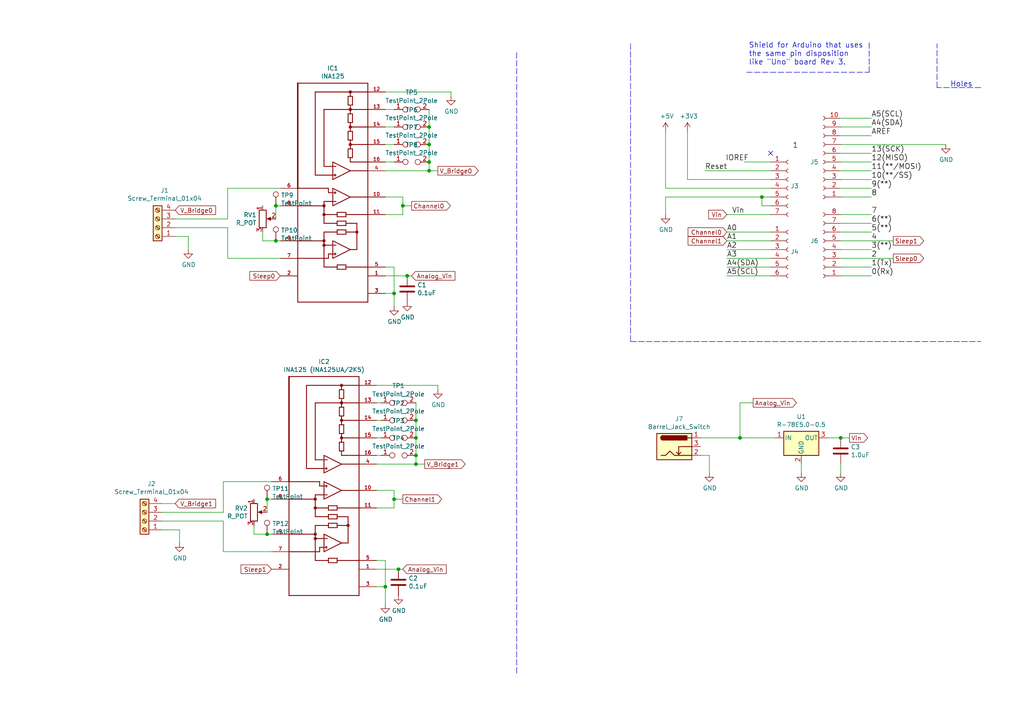
<source format=kicad_sch>
(kicad_sch (version 20211123) (generator eeschema)
  (paper "A4")
  (title_block (date "lun. 30 mars 2015"))
  (lib_symbols
    (symbol "Connector:Barrel_Jack_Switch" (pin_names hide)
      (property "Reference" "J" (at 0 5.334 0))
      (property "Value" "Barrel_Jack_Switch" (at 0 -5.08 0))
      (symbol "Barrel_Jack_Switch_0_1"
        (rectangle (start -5.08 3.81) (end 5.08 -3.81) (stroke (width 0.254)) (fill (type background)))
        (arc (start -3.302 3.175) (mid -3.937 2.54) (end -3.302 1.905) (stroke (width 0.254)))
        (arc (start -3.302 3.175) (mid -3.937 2.54) (end -3.302 1.905) (stroke (width 0.254)) (fill (type outline)))
        (polyline (pts (xy 1.27 -2.286) (xy 1.905 -1.651)) (stroke (width 0.254)))
        (polyline (pts (xy 5.08 2.54) (xy 3.81 2.54)) (stroke (width 0.254)))
        (polyline (pts (xy 5.08 0) (xy 1.27 0) (xy 1.27 -2.286) (xy 0.635 -1.651)) (stroke (width 0.254)))
        (polyline (pts (xy -3.81 -2.54) (xy -2.54 -2.54) (xy -1.27 -1.27) (xy 0 -2.54) (xy 2.54 -2.54) (xy 5.08 -2.54)) (stroke (width 0.254)))
        (rectangle (start 3.683 3.175) (end -3.302 1.905) (stroke (width 0.254)) (fill (type outline)))
      )
      (symbol "Barrel_Jack_Switch_1_1"
        (pin passive line (at 7.62 2.54 180) (length 2.54) (name "~") (number "1"))
        (pin passive line (at 7.62 -2.54 180) (length 2.54) (name "~") (number "2"))
        (pin passive line (at 7.62 0 180) (length 2.54) (name "~") (number "3"))
      )
    )
    (symbol "Connector:Conn_01x06_Female" (pin_names (offset 1.016) hide)
      (property "Reference" "J" (at 0 7.62 0))
      (property "Value" "Conn_01x06_Female" (at 0 -10.16 0))
      (symbol "Conn_01x06_Female_1_1"
        (arc (start 0 -7.112) (mid -0.508 -7.62) (end 0 -8.128) (stroke (width 0.1524)))
        (arc (start 0 -4.572) (mid -0.508 -5.08) (end 0 -5.588) (stroke (width 0.1524)))
        (arc (start 0 -2.032) (mid -0.508 -2.54) (end 0 -3.048) (stroke (width 0.1524)))
        (polyline (pts (xy -1.27 -7.62) (xy -0.508 -7.62)) (stroke (width 0.1524)))
        (polyline (pts (xy -1.27 -5.08) (xy -0.508 -5.08)) (stroke (width 0.1524)))
        (polyline (pts (xy -1.27 -2.54) (xy -0.508 -2.54)) (stroke (width 0.1524)))
        (polyline (pts (xy -1.27 0) (xy -0.508 0)) (stroke (width 0.1524)))
        (polyline (pts (xy -1.27 2.54) (xy -0.508 2.54)) (stroke (width 0.1524)))
        (polyline (pts (xy -1.27 5.08) (xy -0.508 5.08)) (stroke (width 0.1524)))
        (arc (start 0 0.508) (mid -0.508 0) (end 0 -0.508) (stroke (width 0.1524)))
        (arc (start 0 3.048) (mid -0.508 2.54) (end 0 2.032) (stroke (width 0.1524)))
        (arc (start 0 5.588) (mid -0.508 5.08) (end 0 4.572) (stroke (width 0.1524)))
        (pin passive line (at -5.08 5.08 0) (length 3.81) (name "Pin_1") (number "1"))
        (pin passive line (at -5.08 2.54 0) (length 3.81) (name "Pin_2") (number "2"))
        (pin passive line (at -5.08 0 0) (length 3.81) (name "Pin_3") (number "3"))
        (pin passive line (at -5.08 -2.54 0) (length 3.81) (name "Pin_4") (number "4"))
        (pin passive line (at -5.08 -5.08 0) (length 3.81) (name "Pin_5") (number "5"))
        (pin passive line (at -5.08 -7.62 0) (length 3.81) (name "Pin_6") (number "6"))
      )
    )
    (symbol "Connector:Conn_01x07_Female" (pin_names (offset 1.016) hide)
      (property "Reference" "J" (at 0 10.16 0))
      (property "Value" "Conn_01x07_Female" (at 0 -10.16 0))
      (symbol "Conn_01x07_Female_1_1"
        (arc (start 0 -7.112) (mid -0.508 -7.62) (end 0 -8.128) (stroke (width 0.1524)))
        (arc (start 0 -4.572) (mid -0.508 -5.08) (end 0 -5.588) (stroke (width 0.1524)))
        (arc (start 0 -2.032) (mid -0.508 -2.54) (end 0 -3.048) (stroke (width 0.1524)))
        (polyline (pts (xy -1.27 -7.62) (xy -0.508 -7.62)) (stroke (width 0.1524)))
        (polyline (pts (xy -1.27 -5.08) (xy -0.508 -5.08)) (stroke (width 0.1524)))
        (polyline (pts (xy -1.27 -2.54) (xy -0.508 -2.54)) (stroke (width 0.1524)))
        (polyline (pts (xy -1.27 0) (xy -0.508 0)) (stroke (width 0.1524)))
        (polyline (pts (xy -1.27 2.54) (xy -0.508 2.54)) (stroke (width 0.1524)))
        (polyline (pts (xy -1.27 5.08) (xy -0.508 5.08)) (stroke (width 0.1524)))
        (polyline (pts (xy -1.27 7.62) (xy -0.508 7.62)) (stroke (width 0.1524)))
        (arc (start 0 0.508) (mid -0.508 0) (end 0 -0.508) (stroke (width 0.1524)))
        (arc (start 0 3.048) (mid -0.508 2.54) (end 0 2.032) (stroke (width 0.1524)))
        (arc (start 0 5.588) (mid -0.508 5.08) (end 0 4.572) (stroke (width 0.1524)))
        (arc (start 0 8.128) (mid -0.508 7.62) (end 0 7.112) (stroke (width 0.1524)))
        (pin passive line (at -5.08 7.62 0) (length 3.81) (name "Pin_1") (number "1"))
        (pin passive line (at -5.08 5.08 0) (length 3.81) (name "Pin_2") (number "2"))
        (pin passive line (at -5.08 2.54 0) (length 3.81) (name "Pin_3") (number "3"))
        (pin passive line (at -5.08 0 0) (length 3.81) (name "Pin_4") (number "4"))
        (pin passive line (at -5.08 -2.54 0) (length 3.81) (name "Pin_5") (number "5"))
        (pin passive line (at -5.08 -5.08 0) (length 3.81) (name "Pin_6") (number "6"))
        (pin passive line (at -5.08 -7.62 0) (length 3.81) (name "Pin_7") (number "7"))
      )
    )
    (symbol "Connector:Conn_01x08_Female" (pin_names (offset 1.016) hide)
      (property "Reference" "J" (at 0 10.16 0))
      (property "Value" "Conn_01x08_Female" (at 0 -12.7 0))
      (symbol "Conn_01x08_Female_1_1"
        (arc (start 0 -9.652) (mid -0.508 -10.16) (end 0 -10.668) (stroke (width 0.1524)))
        (arc (start 0 -7.112) (mid -0.508 -7.62) (end 0 -8.128) (stroke (width 0.1524)))
        (arc (start 0 -4.572) (mid -0.508 -5.08) (end 0 -5.588) (stroke (width 0.1524)))
        (arc (start 0 -2.032) (mid -0.508 -2.54) (end 0 -3.048) (stroke (width 0.1524)))
        (polyline (pts (xy -1.27 -10.16) (xy -0.508 -10.16)) (stroke (width 0.1524)))
        (polyline (pts (xy -1.27 -7.62) (xy -0.508 -7.62)) (stroke (width 0.1524)))
        (polyline (pts (xy -1.27 -5.08) (xy -0.508 -5.08)) (stroke (width 0.1524)))
        (polyline (pts (xy -1.27 -2.54) (xy -0.508 -2.54)) (stroke (width 0.1524)))
        (polyline (pts (xy -1.27 0) (xy -0.508 0)) (stroke (width 0.1524)))
        (polyline (pts (xy -1.27 2.54) (xy -0.508 2.54)) (stroke (width 0.1524)))
        (polyline (pts (xy -1.27 5.08) (xy -0.508 5.08)) (stroke (width 0.1524)))
        (polyline (pts (xy -1.27 7.62) (xy -0.508 7.62)) (stroke (width 0.1524)))
        (arc (start 0 0.508) (mid -0.508 0) (end 0 -0.508) (stroke (width 0.1524)))
        (arc (start 0 3.048) (mid -0.508 2.54) (end 0 2.032) (stroke (width 0.1524)))
        (arc (start 0 5.588) (mid -0.508 5.08) (end 0 4.572) (stroke (width 0.1524)))
        (arc (start 0 8.128) (mid -0.508 7.62) (end 0 7.112) (stroke (width 0.1524)))
        (pin passive line (at -5.08 7.62 0) (length 3.81) (name "Pin_1") (number "1"))
        (pin passive line (at -5.08 5.08 0) (length 3.81) (name "Pin_2") (number "2"))
        (pin passive line (at -5.08 2.54 0) (length 3.81) (name "Pin_3") (number "3"))
        (pin passive line (at -5.08 0 0) (length 3.81) (name "Pin_4") (number "4"))
        (pin passive line (at -5.08 -2.54 0) (length 3.81) (name "Pin_5") (number "5"))
        (pin passive line (at -5.08 -5.08 0) (length 3.81) (name "Pin_6") (number "6"))
        (pin passive line (at -5.08 -7.62 0) (length 3.81) (name "Pin_7") (number "7"))
        (pin passive line (at -5.08 -10.16 0) (length 3.81) (name "Pin_8") (number "8"))
      )
    )
    (symbol "Connector:Conn_01x10_Female" (pin_names (offset 1.016) hide)
      (property "Reference" "J" (at 0 12.7 0))
      (property "Value" "Conn_01x10_Female" (at 0 -15.24 0))
      (symbol "Conn_01x10_Female_1_1"
        (arc (start 0 -12.192) (mid -0.508 -12.7) (end 0 -13.208) (stroke (width 0.1524)))
        (arc (start 0 -9.652) (mid -0.508 -10.16) (end 0 -10.668) (stroke (width 0.1524)))
        (arc (start 0 -7.112) (mid -0.508 -7.62) (end 0 -8.128) (stroke (width 0.1524)))
        (arc (start 0 -4.572) (mid -0.508 -5.08) (end 0 -5.588) (stroke (width 0.1524)))
        (arc (start 0 -2.032) (mid -0.508 -2.54) (end 0 -3.048) (stroke (width 0.1524)))
        (polyline (pts (xy -1.27 -12.7) (xy -0.508 -12.7)) (stroke (width 0.1524)))
        (polyline (pts (xy -1.27 -10.16) (xy -0.508 -10.16)) (stroke (width 0.1524)))
        (polyline (pts (xy -1.27 -7.62) (xy -0.508 -7.62)) (stroke (width 0.1524)))
        (polyline (pts (xy -1.27 -5.08) (xy -0.508 -5.08)) (stroke (width 0.1524)))
        (polyline (pts (xy -1.27 -2.54) (xy -0.508 -2.54)) (stroke (width 0.1524)))
        (polyline (pts (xy -1.27 0) (xy -0.508 0)) (stroke (width 0.1524)))
        (polyline (pts (xy -1.27 2.54) (xy -0.508 2.54)) (stroke (width 0.1524)))
        (polyline (pts (xy -1.27 5.08) (xy -0.508 5.08)) (stroke (width 0.1524)))
        (polyline (pts (xy -1.27 7.62) (xy -0.508 7.62)) (stroke (width 0.1524)))
        (polyline (pts (xy -1.27 10.16) (xy -0.508 10.16)) (stroke (width 0.1524)))
        (arc (start 0 0.508) (mid -0.508 0) (end 0 -0.508) (stroke (width 0.1524)))
        (arc (start 0 3.048) (mid -0.508 2.54) (end 0 2.032) (stroke (width 0.1524)))
        (arc (start 0 5.588) (mid -0.508 5.08) (end 0 4.572) (stroke (width 0.1524)))
        (arc (start 0 8.128) (mid -0.508 7.62) (end 0 7.112) (stroke (width 0.1524)))
        (arc (start 0 10.668) (mid -0.508 10.16) (end 0 9.652) (stroke (width 0.1524)))
        (pin passive line (at -5.08 10.16 0) (length 3.81) (name "Pin_1") (number "1"))
        (pin passive line (at -5.08 -12.7 0) (length 3.81) (name "Pin_10") (number "10"))
        (pin passive line (at -5.08 7.62 0) (length 3.81) (name "Pin_2") (number "2"))
        (pin passive line (at -5.08 5.08 0) (length 3.81) (name "Pin_3") (number "3"))
        (pin passive line (at -5.08 2.54 0) (length 3.81) (name "Pin_4") (number "4"))
        (pin passive line (at -5.08 0 0) (length 3.81) (name "Pin_5") (number "5"))
        (pin passive line (at -5.08 -2.54 0) (length 3.81) (name "Pin_6") (number "6"))
        (pin passive line (at -5.08 -5.08 0) (length 3.81) (name "Pin_7") (number "7"))
        (pin passive line (at -5.08 -7.62 0) (length 3.81) (name "Pin_8") (number "8"))
        (pin passive line (at -5.08 -10.16 0) (length 3.81) (name "Pin_9") (number "9"))
      )
    )
    (symbol "Connector:Screw_Terminal_01x04" (pin_names (offset 1.016) hide)
      (property "Reference" "J" (at 0 5.08 0))
      (property "Value" "Screw_Terminal_01x04" (at 0 -7.62 0))
      (symbol "Screw_Terminal_01x04_1_1"
        (rectangle (start -1.27 3.81) (end 1.27 -6.35) (stroke (width 0.254)) (fill (type background)))
        (circle (center 0 -5.08) (radius 0.635) (stroke (width 0.1524)))
        (circle (center 0 -2.54) (radius 0.635) (stroke (width 0.1524)))
        (polyline (pts (xy -0.5334 -4.7498) (xy 0.3302 -5.588)) (stroke (width 0.1524)))
        (polyline (pts (xy -0.5334 -2.2098) (xy 0.3302 -3.048)) (stroke (width 0.1524)))
        (polyline (pts (xy -0.5334 0.3302) (xy 0.3302 -0.508)) (stroke (width 0.1524)))
        (polyline (pts (xy -0.5334 2.8702) (xy 0.3302 2.032)) (stroke (width 0.1524)))
        (polyline (pts (xy -0.3556 -4.572) (xy 0.508 -5.4102)) (stroke (width 0.1524)))
        (polyline (pts (xy -0.3556 -2.032) (xy 0.508 -2.8702)) (stroke (width 0.1524)))
        (polyline (pts (xy -0.3556 0.508) (xy 0.508 -0.3302)) (stroke (width 0.1524)))
        (polyline (pts (xy -0.3556 3.048) (xy 0.508 2.2098)) (stroke (width 0.1524)))
        (circle (center 0 0) (radius 0.635) (stroke (width 0.1524)))
        (circle (center 0 2.54) (radius 0.635) (stroke (width 0.1524)))
        (pin passive line (at -5.08 2.54 0) (length 3.81) (name "Pin_1") (number "1"))
        (pin passive line (at -5.08 0 0) (length 3.81) (name "Pin_2") (number "2"))
        (pin passive line (at -5.08 -2.54 0) (length 3.81) (name "Pin_3") (number "3"))
        (pin passive line (at -5.08 -5.08 0) (length 3.81) (name "Pin_4") (number "4"))
      )
    )
    (symbol "Connector:TestPoint" (pin_numbers hide) (pin_names (offset 0.762) hide)
      (property "Reference" "TP" (at 0 6.858 0))
      (property "Value" "TestPoint" (at 0 5.08 0))
      (symbol "TestPoint_0_1"
        (circle (center 0 3.302) (radius 0.762))
      )
      (symbol "TestPoint_1_1"
        (pin passive line (at 0 0 90) (length 2.54) (name "1") (number "1"))
      )
    )
    (symbol "Connector:TestPoint_2Pole" (pin_names (offset 0.762) hide)
      (property "Reference" "TP" (at 0 1.524 0))
      (property "Value" "TestPoint_2Pole" (at 0 -1.778 0))
      (symbol "TestPoint_2Pole_0_1"
        (circle (center -1.778 0) (radius 0.762))
        (circle (center 1.778 0) (radius 0.762))
        (pin passive line (at -5.08 0 0) (length 2.54) (name "1") (number "1"))
        (pin passive line (at 5.08 0 180) (length 2.54) (name "2") (number "2"))
      )
    )
    (symbol "Device:C" (pin_numbers hide) (pin_names (offset 0.254))
      (property "Reference" "C" (at 0.635 2.54 0))
      (property "Value" "C" (at 0.635 -2.54 0))
      (symbol "C_0_1"
        (polyline (pts (xy -2.032 -0.762) (xy 2.032 -0.762)) (stroke (width 0.508)))
        (polyline (pts (xy -2.032 0.762) (xy 2.032 0.762)) (stroke (width 0.508)))
      )
      (symbol "C_1_1"
        (pin passive line (at 0 3.81 270) (length 2.794) (name "~") (number "1"))
        (pin passive line (at 0 -3.81 90) (length 2.794) (name "~") (number "2"))
      )
    )
    (symbol "LoadCellShield-rescue:INA125-INA125" (pin_names (offset 1.016) hide)
      (property "Reference" "IC" (at -12.7254 28.6512 0))
      (property "Value" "INA125-INA125" (at -12.7508 -38.227 0))
      (symbol "INA125-INA125_0_0"
        (circle (center -5.08 -19.05) (radius 0.3302) (stroke (width 0.254)))
        (circle (center -5.08 -17.78) (radius 0.3302) (stroke (width 0.254)))
        (circle (center -5.08 -10.16) (radius 0.3302) (stroke (width 0.254)))
        (circle (center -5.08 -7.62) (radius 0.3302) (stroke (width 0.254)))
        (polyline (pts (xy -12.7 -35.56) (xy 7.62 -35.56)) (stroke (width 0.254)))
        (polyline (pts (xy -12.7 -22.86) (xy -12.7 -35.56)) (stroke (width 0.254)))
        (polyline (pts (xy -12.7 -17.78) (xy -12.7 -22.86)) (stroke (width 0.254)))
        (polyline (pts (xy -12.7 -17.78) (xy -5.08 -17.78)) (stroke (width 0.254)))
        (polyline (pts (xy -12.7 -7.62) (xy -12.7 -17.78)) (stroke (width 0.254)))
        (polyline (pts (xy -12.7 -7.62) (xy -5.08 -7.62)) (stroke (width 0.254)))
        (polyline (pts (xy -12.7 -2.54) (xy -12.7 -7.62)) (stroke (width 0.254)))
        (polyline (pts (xy -12.7 -2.54) (xy -3.81 -2.54)) (stroke (width 0.254)))
        (polyline (pts (xy -12.7 27.94) (xy -12.7 -2.54)) (stroke (width 0.4064)))
        (polyline (pts (xy -7.62 1.27) (xy -7.62 25.4)) (stroke (width 0.254)))
        (polyline (pts (xy -7.62 25.4) (xy 2.54 25.4)) (stroke (width 0.254)))
        (polyline (pts (xy -5.08 -25.4) (xy -1.27 -25.4)) (stroke (width 0.254)))
        (polyline (pts (xy -5.08 -19.05) (xy -5.08 -25.4)) (stroke (width 0.254)))
        (polyline (pts (xy -5.08 -19.05) (xy -5.08 -17.78)) (stroke (width 0.254)))
        (polyline (pts (xy -5.08 -15.24) (xy -5.08 -17.78)) (stroke (width 0.254)))
        (polyline (pts (xy -5.08 -12.7) (xy -1.27 -12.7)) (stroke (width 0.254)))
        (polyline (pts (xy -5.08 -10.16) (xy -5.08 -12.7)) (stroke (width 0.254)))
        (polyline (pts (xy -5.08 -10.16) (xy -1.27 -10.16)) (stroke (width 0.254)))
        (polyline (pts (xy -5.08 -7.62) (xy -5.08 -10.16)) (stroke (width 0.254)))
        (polyline (pts (xy -5.08 -6.35) (xy -5.08 -7.62)) (stroke (width 0.254)))
        (polyline (pts (xy -5.08 20.32) (xy -5.08 3.81)) (stroke (width 0.254)))
        (polyline (pts (xy -3.81 -22.86) (xy -12.7 -22.86)) (stroke (width 0.254)))
        (polyline (pts (xy -3.81 -21.59) (xy -3.81 -22.86)) (stroke (width 0.254)))
        (polyline (pts (xy -3.81 -2.54) (xy -3.81 -3.81)) (stroke (width 0.254)))
        (polyline (pts (xy -2.54 -22.86) (xy -2.54 -21.59)) (stroke (width 0.254)))
        (polyline (pts (xy -2.54 -21.59) (xy -3.81 -21.59)) (stroke (width 0.254)))
        (polyline (pts (xy -2.54 -21.59) (xy -2.54 -19.05)) (stroke (width 0.254)))
        (polyline (pts (xy -2.54 -19.05) (xy -5.08 -19.05)) (stroke (width 0.254)))
        (polyline (pts (xy -2.54 -19.05) (xy -2.54 -17.78)) (stroke (width 0.254)))
        (polyline (pts (xy -2.54 -17.78) (xy 2.54 -20.32)) (stroke (width 0.254)))
        (polyline (pts (xy -2.54 -7.62) (xy -2.54 -6.35)) (stroke (width 0.254)))
        (polyline (pts (xy -2.54 -6.35) (xy -5.08 -6.35)) (stroke (width 0.254)))
        (polyline (pts (xy -2.54 -6.35) (xy -2.54 -3.81)) (stroke (width 0.254)))
        (polyline (pts (xy -2.54 -3.81) (xy -3.81 -3.81)) (stroke (width 0.254)))
        (polyline (pts (xy -2.54 -3.81) (xy -2.54 -2.54)) (stroke (width 0.254)))
        (polyline (pts (xy -2.54 -2.54) (xy 2.54 -5.08)) (stroke (width 0.254)))
        (polyline (pts (xy -2.54 0) (xy 2.54 2.54)) (stroke (width 0.254)))
        (polyline (pts (xy -2.54 1.27) (xy -7.62 1.27)) (stroke (width 0.254)))
        (polyline (pts (xy -2.54 1.27) (xy -2.54 0)) (stroke (width 0.254)))
        (polyline (pts (xy -2.54 3.81) (xy -5.08 3.81)) (stroke (width 0.254)))
        (polyline (pts (xy -2.54 3.81) (xy -2.54 1.27)) (stroke (width 0.254)))
        (polyline (pts (xy -2.54 5.08) (xy -2.54 3.81)) (stroke (width 0.254)))
        (polyline (pts (xy -2.2352 -21.59) (xy -1.6002 -21.59)) (stroke (width 0.254)))
        (polyline (pts (xy -2.2352 -19.05) (xy -1.6002 -19.05)) (stroke (width 0.254)))
        (polyline (pts (xy -2.2352 -6.35) (xy -1.6002 -6.35)) (stroke (width 0.254)))
        (polyline (pts (xy -2.2352 -3.81) (xy -1.6002 -3.81)) (stroke (width 0.254)))
        (polyline (pts (xy -2.2352 1.27) (xy -1.6002 1.27)) (stroke (width 0.254)))
        (polyline (pts (xy -2.2352 3.81) (xy -1.6002 3.81)) (stroke (width 0.254)))
        (polyline (pts (xy -1.905 -21.2852) (xy -1.905 -21.9202)) (stroke (width 0.254)))
        (polyline (pts (xy -1.905 -3.5052) (xy -1.905 -4.1402)) (stroke (width 0.254)))
        (polyline (pts (xy -1.905 0.9652) (xy -1.905 1.6002)) (stroke (width 0.254)))
        (polyline (pts (xy -1.27 -26.035) (xy -1.27 -25.4)) (stroke (width 0.254)))
        (polyline (pts (xy -1.27 -25.4) (xy -1.27 -24.765)) (stroke (width 0.254)))
        (polyline (pts (xy -1.27 -24.765) (xy 1.27 -24.765)) (stroke (width 0.254)))
        (polyline (pts (xy -1.27 -15.875) (xy 1.27 -15.875)) (stroke (width 0.254)))
        (polyline (pts (xy -1.27 -15.24) (xy -5.08 -15.24)) (stroke (width 0.254)))
        (polyline (pts (xy -1.27 -15.24) (xy -1.27 -15.875)) (stroke (width 0.254)))
        (polyline (pts (xy -1.27 -14.605) (xy -1.27 -15.24)) (stroke (width 0.254)))
        (polyline (pts (xy -1.27 -13.335) (xy -1.27 -12.7)) (stroke (width 0.254)))
        (polyline (pts (xy -1.27 -12.7) (xy -1.27 -12.065)) (stroke (width 0.254)))
        (polyline (pts (xy -1.27 -12.065) (xy 1.27 -12.065)) (stroke (width 0.254)))
        (polyline (pts (xy -1.27 -10.795) (xy 1.27 -10.795)) (stroke (width 0.254)))
        (polyline (pts (xy -1.27 -10.16) (xy -1.27 -10.795)) (stroke (width 0.254)))
        (polyline (pts (xy -1.27 -9.525) (xy -1.27 -10.16)) (stroke (width 0.254)))
        (polyline (pts (xy 1.27 -26.035) (xy -1.27 -26.035)) (stroke (width 0.254)))
        (polyline (pts (xy 1.27 -25.4) (xy 1.27 -26.035)) (stroke (width 0.254)))
        (polyline (pts (xy 1.27 -25.4) (xy 7.62 -25.4)) (stroke (width 0.254)))
        (polyline (pts (xy 1.27 -24.765) (xy 1.27 -25.4)) (stroke (width 0.254)))
        (polyline (pts (xy 1.27 -15.875) (xy 1.27 -15.24)) (stroke (width 0.254)))
        (polyline (pts (xy 1.27 -15.24) (xy 1.27 -14.605)) (stroke (width 0.254)))
        (polyline (pts (xy 1.27 -15.24) (xy 4.1402 -15.24)) (stroke (width 0.254)))
        (polyline (pts (xy 1.27 -14.605) (xy -1.27 -14.605)) (stroke (width 0.254)))
        (polyline (pts (xy 1.27 -13.335) (xy -1.27 -13.335)) (stroke (width 0.254)))
        (polyline (pts (xy 1.27 -12.7) (xy 1.27 -13.335)) (stroke (width 0.254)))
        (polyline (pts (xy 1.27 -12.7) (xy 4.445 -12.7)) (stroke (width 0.254)))
        (polyline (pts (xy 1.27 -12.065) (xy 1.27 -12.7)) (stroke (width 0.254)))
        (polyline (pts (xy 1.27 -10.795) (xy 1.27 -10.16)) (stroke (width 0.254)))
        (polyline (pts (xy 1.27 -10.16) (xy 1.27 -9.525)) (stroke (width 0.254)))
        (polyline (pts (xy 1.27 -10.16) (xy 7.62 -10.16)) (stroke (width 0.254)))
        (polyline (pts (xy 1.27 -9.525) (xy -1.27 -9.525)) (stroke (width 0.254)))
        (polyline (pts (xy 1.905 6.35) (xy 1.905 8.89)) (stroke (width 0.254)))
        (polyline (pts (xy 1.905 8.89) (xy 2.54 8.89)) (stroke (width 0.254)))
        (polyline (pts (xy 1.905 11.43) (xy 1.905 13.97)) (stroke (width 0.254)))
        (polyline (pts (xy 1.905 13.97) (xy 2.54 13.97)) (stroke (width 0.254)))
        (polyline (pts (xy 1.905 16.51) (xy 1.905 19.05)) (stroke (width 0.254)))
        (polyline (pts (xy 1.905 19.05) (xy 2.54 19.05)) (stroke (width 0.254)))
        (polyline (pts (xy 1.905 21.59) (xy 1.905 24.13)) (stroke (width 0.254)))
        (polyline (pts (xy 1.905 24.13) (xy 2.54 24.13)) (stroke (width 0.254)))
        (polyline (pts (xy 2.54 -20.32) (xy -2.54 -22.86)) (stroke (width 0.254)))
        (polyline (pts (xy 2.54 -20.32) (xy 4.445 -20.32)) (stroke (width 0.254)))
        (polyline (pts (xy 2.54 -5.08) (xy -2.54 -7.62)) (stroke (width 0.254)))
        (polyline (pts (xy 2.54 -5.08) (xy 7.62 -5.08)) (stroke (width 0.254)))
        (polyline (pts (xy 2.54 2.54) (xy -2.54 5.08)) (stroke (width 0.254)))
        (polyline (pts (xy 2.54 2.54) (xy 7.62 2.54)) (stroke (width 0.254)))
        (polyline (pts (xy 2.54 5.08) (xy 2.54 6.35)) (stroke (width 0.254)))
        (polyline (pts (xy 2.54 5.08) (xy 7.62 5.08)) (stroke (width 0.254)))
        (polyline (pts (xy 2.54 6.35) (xy 1.905 6.35)) (stroke (width 0.254)))
        (polyline (pts (xy 2.54 8.89) (xy 3.175 8.89)) (stroke (width 0.254)))
        (polyline (pts (xy 2.54 10.16) (xy 2.54 8.89)) (stroke (width 0.254)))
        (polyline (pts (xy 2.54 10.16) (xy 7.62 10.16)) (stroke (width 0.254)))
        (polyline (pts (xy 2.54 11.43) (xy 1.905 11.43)) (stroke (width 0.254)))
        (polyline (pts (xy 2.54 11.43) (xy 2.54 10.16)) (stroke (width 0.254)))
        (polyline (pts (xy 2.54 13.97) (xy 3.175 13.97)) (stroke (width 0.254)))
        (polyline (pts (xy 2.54 15.24) (xy 2.54 13.97)) (stroke (width 0.254)))
        (polyline (pts (xy 2.54 15.24) (xy 7.62 15.24)) (stroke (width 0.254)))
        (polyline (pts (xy 2.54 16.51) (xy 1.905 16.51)) (stroke (width 0.254)))
        (polyline (pts (xy 2.54 16.51) (xy 2.54 15.24)) (stroke (width 0.254)))
        (polyline (pts (xy 2.54 19.05) (xy 3.175 19.05)) (stroke (width 0.254)))
        (polyline (pts (xy 2.54 20.32) (xy -5.08 20.32)) (stroke (width 0.254)))
        (polyline (pts (xy 2.54 20.32) (xy 2.54 19.05)) (stroke (width 0.254)))
        (polyline (pts (xy 2.54 20.32) (xy 7.62 20.32)) (stroke (width 0.254)))
        (polyline (pts (xy 2.54 21.2852) (xy 2.54 20.32)) (stroke (width 0.254)))
        (polyline (pts (xy 2.54 24.13) (xy 3.175 24.13)) (stroke (width 0.254)))
        (polyline (pts (xy 2.54 25.4) (xy 2.54 24.13)) (stroke (width 0.254)))
        (polyline (pts (xy 2.54 25.4) (xy 7.62 25.4)) (stroke (width 0.254)))
        (polyline (pts (xy 3.175 6.35) (xy 2.54 6.35)) (stroke (width 0.254)))
        (polyline (pts (xy 3.175 8.89) (xy 3.175 6.35)) (stroke (width 0.254)))
        (polyline (pts (xy 3.175 11.43) (xy 2.54 11.43)) (stroke (width 0.254)))
        (polyline (pts (xy 3.175 13.97) (xy 3.175 11.43)) (stroke (width 0.254)))
        (polyline (pts (xy 3.175 16.51) (xy 2.54 16.51)) (stroke (width 0.254)))
        (polyline (pts (xy 3.175 19.05) (xy 3.175 16.51)) (stroke (width 0.254)))
        (polyline (pts (xy 3.175 21.59) (xy 1.905 21.59)) (stroke (width 0.254)))
        (polyline (pts (xy 3.175 24.13) (xy 3.175 21.59)) (stroke (width 0.254)))
        (polyline (pts (xy 4.445 -12.7) (xy 4.445 -20.32)) (stroke (width 0.254)))
        (polyline (pts (xy 7.62 -35.56) (xy 7.62 -25.4)) (stroke (width 0.254)))
        (polyline (pts (xy 7.62 -25.4) (xy 7.62 -10.16)) (stroke (width 0.254)))
        (polyline (pts (xy 7.62 -10.16) (xy 7.62 27.94)) (stroke (width 0.254)))
        (polyline (pts (xy 7.62 27.94) (xy -12.7 27.94)) (stroke (width 0.254)))
        (circle (center 2.54 10.16) (radius 0.3302) (stroke (width 0.254)))
        (circle (center 2.54 15.24) (radius 0.3302) (stroke (width 0.254)))
        (circle (center 2.54 20.32) (radius 0.3302) (stroke (width 0.254)))
        (circle (center 2.54 25.4) (radius 0.3302) (stroke (width 0.254)))
        (circle (center 4.445 -15.24) (radius 0.3302) (stroke (width 0.254)))
        (pin power_in line (at 12.7 -27.94 180) (length 5.08) (name "V+") (number "1"))
        (pin output line (at 12.7 -5.08 180) (length 5.08) (name "OUT") (number "10"))
        (pin passive line (at 12.7 -10.16 180) (length 5.08) (name "SENSE") (number "11"))
        (pin passive line (at 12.7 25.4 180) (length 5.08) (name "REFCOM") (number "12"))
        (pin output line (at 12.7 20.32 180) (length 5.08) (name "REFBG") (number "13"))
        (pin output line (at 12.7 15.24 180) (length 5.08) (name "REF2.5") (number "14"))
        (pin output line (at 12.7 10.16 180) (length 5.08) (name "REF5") (number "15"))
        (pin output line (at 12.7 5.08 180) (length 5.08) (name "REF10") (number "16"))
        (pin input line (at -17.78 -27.94 0) (length 5.08) (name "~{SLEEP}") (number "2"))
        (pin power_in line (at 12.7 -33.02 180) (length 5.08) (name "V-") (number "3"))
        (pin output line (at 12.7 2.54 180) (length 5.08) (name "REFOUT") (number "4"))
        (pin passive line (at 12.7 -25.4 180) (length 5.08) (name "REF") (number "5"))
        (pin input line (at -17.78 -2.54 0) (length 5.08) (name "+IN") (number "6"))
        (pin input line (at -17.78 -22.86 0) (length 5.08) (name "-IN") (number "7"))
        (pin passive line (at -17.78 -7.62 0) (length 5.08) (name "RG") (number "8"))
        (pin passive line (at -17.78 -17.78 0) (length 5.08) (name "RG@1") (number "9"))
      )
    )
    (symbol "LoadCellShield-rescue:R_POT-Device" (pin_names (offset 1.016) hide)
      (property "Reference" "RV" (at -4.445 0 90))
      (property "Value" "R_POT-Device" (at -2.54 0 90))
      (symbol "R_POT-Device_0_1"
        (polyline (pts (xy 2.54 0) (xy 1.524 0)))
        (polyline (pts (xy 1.143 0) (xy 2.286 0.508) (xy 2.286 -0.508)) (fill (type outline)))
        (rectangle (start 1.016 2.54) (end -1.016 -2.54) (stroke (width 0.254)))
      )
      (symbol "R_POT-Device_1_1"
        (pin passive line (at 0 3.81 270) (length 1.27) (name "1") (number "1"))
        (pin passive line (at 3.81 0 180) (length 1.27) (name "2") (number "2"))
        (pin passive line (at 0 -3.81 90) (length 1.27) (name "3") (number "3"))
      )
    )
    (symbol "Regulator_Switching:R-78E5.0-0.5" (pin_names (offset 0.254))
      (property "Reference" "U" (at -3.81 3.175 0))
      (property "Value" "R-78E5.0-0.5" (at 0 3.175 0))
      (symbol "R-78E5.0-0.5_0_1"
        (rectangle (start -5.08 1.905) (end 5.08 -5.08) (stroke (width 0.254)) (fill (type background)))
      )
      (symbol "R-78E5.0-0.5_1_1"
        (pin power_in line (at -7.62 0 0) (length 2.54) (name "IN") (number "1"))
        (pin power_in line (at 0 -7.62 90) (length 2.54) (name "GND") (number "2"))
        (pin power_out line (at 7.62 0 180) (length 2.54) (name "OUT") (number "3"))
      )
    )
    (symbol "power:+3V3" (power) (pin_names (offset 0))
      (property "Value" "+3V3" (at 0 3.556 0))
      (symbol "+3V3_0_1"
        (polyline (pts (xy -0.762 1.27) (xy 0 2.54)))
        (polyline (pts (xy 0 0) (xy 0 2.54)))
        (polyline (pts (xy 0 2.54) (xy 0.762 1.27)))
      )
      (symbol "+3V3_1_1"
        (pin power_in line (at 0 0 90) (length 0) hide (name "+3V3") (number "1"))
      )
    )
    (symbol "power:+5V" (power) (pin_names (offset 0))
      (property "Value" "+5V" (at 0 3.556 0))
      (symbol "+5V_0_1"
        (polyline (pts (xy -0.762 1.27) (xy 0 2.54)))
        (polyline (pts (xy 0 0) (xy 0 2.54)))
        (polyline (pts (xy 0 2.54) (xy 0.762 1.27)))
      )
      (symbol "+5V_1_1"
        (pin power_in line (at 0 0 90) (length 0) hide (name "+5V") (number "1"))
      )
    )
    (symbol "power:GND" (power) (pin_names (offset 0))
      (property "Value" "GND" (at 0 -3.81 0))
      (symbol "GND_0_1"
        (polyline (pts (xy 0 0) (xy 0 -1.27) (xy 1.27 -1.27) (xy 0 -2.54) (xy -1.27 -1.27) (xy 0 -1.27)))
      )
      (symbol "GND_1_1"
        (pin power_in line (at 0 0 270) (length 0) hide (name "GND") (number "1"))
      )
    )
  )
  (junction (at 120.65 127))
  (junction (at 120.65 121.92))
  (junction (at 124.46 46.99))
  (junction (at 120.65 132.08))
  (junction (at 116.84 59.69))
  (junction (at 114.3 144.78))
  (junction (at 114.3 85.09))
  (junction (at 220.98 57.15))
  (junction (at 120.65 134.62))
  (junction (at 214.63 127))
  (junction (at 80.01 59.69))
  (junction (at 124.46 36.83))
  (junction (at 124.46 41.91))
  (junction (at 77.47 144.78))
  (junction (at 77.47 154.94))
  (junction (at 124.46 49.53))
  (junction (at 118.11 80.01))
  (junction (at 80.01 69.85))
  (junction (at 115.57 165.1))
  (junction (at 111.76 170.18))
  (junction (at 243.84 127))
  (no_connect (at 223.52 44.45))
  (wire (pts (xy 214.63 127) (xy 224.79 127)))
  (wire (pts (xy 243.84 36.83) (xy 252.73 36.83)))
  (wire (pts (xy 120.65 132.08) (xy 120.65 127)))
  (wire (pts (xy 214.63 116.84) (xy 214.63 127)))
  (wire (pts (xy 120.65 127) (xy 120.65 121.92)))
  (wire (pts (xy 243.84 46.99) (xy 252.73 46.99)))
  (wire (pts (xy 243.84 80.01) (xy 252.73 80.01)))
  (wire (pts (xy 114.3 142.24) (xy 109.22 142.24)))
  (wire (pts (xy 243.84 64.77) (xy 252.73 64.77)))
  (wire (pts (xy 243.84 44.45) (xy 252.73 44.45)))
  (wire (pts (xy 243.84 34.29) (xy 252.73 34.29)))
  (polyline (pts (xy 252.095 20.955) (xy 252.095 12.065)))
  (wire (pts (xy 243.84 54.61) (xy 252.73 54.61)))
  (polyline (pts (xy 182.88 12.7) (xy 182.88 99.06)))
  (wire (pts (xy 114.3 147.32) (xy 114.3 144.78)))
  (wire (pts (xy 114.3 88.9) (xy 114.3 85.09)))
  (wire (pts (xy 223.52 69.85) (xy 210.82 69.85)))
  (wire (pts (xy 66.04 54.61) (xy 66.04 63.5)))
  (wire (pts (xy 199.39 52.07) (xy 223.52 52.07)))
  (wire (pts (xy 130.81 27.94) (xy 130.81 26.67)))
  (wire (pts (xy 127 113.03) (xy 127 111.76)))
  (polyline (pts (xy 182.88 99.06) (xy 284.48 99.06)))
  (wire (pts (xy 215.9 46.99) (xy 223.52 46.99)))
  (wire (pts (xy 243.84 57.15) (xy 252.73 57.15)))
  (wire (pts (xy 243.84 49.53) (xy 252.73 49.53)))
  (wire (pts (xy 80.01 59.69) (xy 81.28 59.69)))
  (wire (pts (xy 80.01 63.5) (xy 80.01 59.69)))
  (wire (pts (xy 78.74 139.7) (xy 64.77 139.7)))
  (wire (pts (xy 243.84 72.39) (xy 252.73 72.39)))
  (wire (pts (xy 205.74 132.08) (xy 203.2 132.08)))
  (wire (pts (xy 111.76 170.18) (xy 111.76 175.26)))
  (wire (pts (xy 120.65 121.92) (xy 120.65 116.84)))
  (wire (pts (xy 193.04 57.15) (xy 193.04 62.23)))
  (polyline (pts (xy 284.48 25.4) (xy 271.78 25.4)))
  (wire (pts (xy 243.84 62.23) (xy 252.73 62.23)))
  (wire (pts (xy 223.52 49.53) (xy 204.47 49.53)))
  (wire (pts (xy 77.47 144.78) (xy 78.74 144.78)))
  (wire (pts (xy 124.46 36.83) (xy 124.46 31.75)))
  (polyline (pts (xy 216.535 20.955) (xy 252.095 20.955)))
  (wire (pts (xy 109.22 147.32) (xy 114.3 147.32)))
  (wire (pts (xy 110.49 121.92) (xy 109.22 121.92)))
  (wire (pts (xy 243.84 39.37) (xy 252.73 39.37)))
  (wire (pts (xy 76.2 69.85) (xy 76.2 67.31)))
  (wire (pts (xy 116.84 57.15) (xy 111.76 57.15)))
  (wire (pts (xy 64.77 160.02) (xy 64.77 151.13)))
  (wire (pts (xy 220.98 57.15) (xy 193.04 57.15)))
  (wire (pts (xy 118.11 80.01) (xy 111.76 80.01)))
  (wire (pts (xy 124.46 46.99) (xy 124.46 41.91)))
  (wire (pts (xy 111.76 46.99) (xy 114.3 46.99)))
  (wire (pts (xy 120.65 134.62) (xy 120.65 132.08)))
  (wire (pts (xy 223.52 80.01) (xy 210.82 80.01)))
  (polyline (pts (xy 271.78 25.4) (xy 271.78 12.7)))
  (wire (pts (xy 111.76 49.53) (xy 124.46 49.53)))
  (wire (pts (xy 210.82 62.23) (xy 223.52 62.23)))
  (wire (pts (xy 110.49 127) (xy 109.22 127)))
  (wire (pts (xy 223.52 59.69) (xy 220.98 59.69)))
  (wire (pts (xy 123.19 134.62) (xy 120.65 134.62)))
  (wire (pts (xy 243.84 41.91) (xy 274.32 41.91)))
  (wire (pts (xy 50.8 146.05) (xy 46.99 146.05)))
  (wire (pts (xy 77.47 148.59) (xy 77.47 144.78)))
  (polyline (pts (xy 149.86 15.24) (xy 149.86 195.58)))
  (wire (pts (xy 199.39 52.07) (xy 199.39 38.1)))
  (wire (pts (xy 119.38 59.69) (xy 116.84 59.69)))
  (wire (pts (xy 223.52 74.93) (xy 210.82 74.93)))
  (wire (pts (xy 243.84 127) (xy 240.03 127)))
  (wire (pts (xy 193.04 54.61) (xy 223.52 54.61)))
  (wire (pts (xy 111.76 162.56) (xy 111.76 170.18)))
  (wire (pts (xy 66.04 74.93) (xy 81.28 74.93)))
  (wire (pts (xy 111.76 85.09) (xy 114.3 85.09)))
  (wire (pts (xy 193.04 54.61) (xy 193.04 38.1)))
  (wire (pts (xy 232.41 137.16) (xy 232.41 134.62)))
  (wire (pts (xy 223.52 77.47) (xy 210.82 77.47)))
  (wire (pts (xy 243.84 77.47) (xy 252.73 77.47)))
  (wire (pts (xy 66.04 54.61) (xy 81.28 54.61)))
  (wire (pts (xy 111.76 62.23) (xy 116.84 62.23)))
  (wire (pts (xy 218.44 116.84) (xy 214.63 116.84)))
  (wire (pts (xy 114.3 144.78) (xy 114.3 142.24)))
  (wire (pts (xy 243.84 74.93) (xy 259.08 74.93)))
  (wire (pts (xy 124.46 49.53) (xy 124.46 46.99)))
  (wire (pts (xy 50.8 66.04) (xy 66.04 66.04)))
  (wire (pts (xy 50.8 63.5) (xy 66.04 63.5)))
  (wire (pts (xy 116.84 62.23) (xy 116.84 59.69)))
  (wire (pts (xy 243.84 137.16) (xy 243.84 134.62)))
  (wire (pts (xy 64.77 151.13) (xy 46.99 151.13)))
  (wire (pts (xy 124.46 49.53) (xy 127 49.53)))
  (wire (pts (xy 110.49 116.84) (xy 109.22 116.84)))
  (wire (pts (xy 243.84 67.31) (xy 252.73 67.31)))
  (wire (pts (xy 109.22 162.56) (xy 111.76 162.56)))
  (wire (pts (xy 54.61 72.39) (xy 54.61 68.58)))
  (wire (pts (xy 66.04 66.04) (xy 66.04 74.93)))
  (wire (pts (xy 80.01 69.85) (xy 76.2 69.85)))
  (wire (pts (xy 110.49 132.08) (xy 109.22 132.08)))
  (wire (pts (xy 111.76 170.18) (xy 109.22 170.18)))
  (wire (pts (xy 115.57 165.1) (xy 109.22 165.1)))
  (wire (pts (xy 243.84 52.07) (xy 252.73 52.07)))
  (wire (pts (xy 109.22 134.62) (xy 120.65 134.62)))
  (wire (pts (xy 203.2 127) (xy 214.63 127)))
  (wire (pts (xy 109.22 111.76) (xy 127 111.76)))
  (wire (pts (xy 111.76 31.75) (xy 114.3 31.75)))
  (wire (pts (xy 111.76 36.83) (xy 114.3 36.83)))
  (wire (pts (xy 223.52 67.31) (xy 210.82 67.31)))
  (wire (pts (xy 116.84 59.69) (xy 116.84 57.15)))
  (wire (pts (xy 54.61 68.58) (xy 50.8 68.58)))
  (wire (pts (xy 246.38 127) (xy 243.84 127)))
  (wire (pts (xy 116.84 165.1) (xy 115.57 165.1)))
  (wire (pts (xy 81.28 69.85) (xy 80.01 69.85)))
  (wire (pts (xy 78.74 160.02) (xy 64.77 160.02)))
  (wire (pts (xy 124.46 41.91) (xy 124.46 36.83)))
  (wire (pts (xy 111.76 26.67) (xy 130.81 26.67)))
  (wire (pts (xy 111.76 41.91) (xy 114.3 41.91)))
  (wire (pts (xy 114.3 77.47) (xy 111.76 77.47)))
  (wire (pts (xy 64.77 148.59) (xy 46.99 148.59)))
  (wire (pts (xy 52.07 153.67) (xy 46.99 153.67)))
  (wire (pts (xy 64.77 139.7) (xy 64.77 148.59)))
  (wire (pts (xy 223.52 57.15) (xy 220.98 57.15)))
  (wire (pts (xy 220.98 57.15) (xy 220.98 59.69)))
  (wire (pts (xy 119.38 80.01) (xy 118.11 80.01)))
  (wire (pts (xy 205.74 137.16) (xy 205.74 132.08)))
  (wire (pts (xy 116.84 144.78) (xy 114.3 144.78)))
  (wire (pts (xy 243.84 69.85) (xy 259.08 69.85)))
  (wire (pts (xy 114.3 85.09) (xy 114.3 77.47)))
  (wire (pts (xy 77.47 154.94) (xy 73.66 154.94)))
  (wire (pts (xy 78.74 154.94) (xy 77.47 154.94)))
  (wire (pts (xy 73.66 154.94) (xy 73.66 152.4)))
  (wire (pts (xy 223.52 72.39) (xy 210.82 72.39)))
  (wire (pts (xy 52.07 157.48) (xy 52.07 153.67)))
  (text "Holes" (at 275.59 25.4 0) (effects (font (size 1.524 1.524)) (justify left bottom)))
  (text "1" (at 229.87 43.18 0) (effects (font (size 1.524 1.524)) (justify left bottom)))
  (text "Shield for Arduino that uses\nthe same pin disposition\nlike \"Uno\" board Rev 3." (at 217.17 19.05 0) (effects (font (size 1.524 1.524)) (justify left bottom)))
  (label "8" (at 252.73 57.15 0) (effects (font (size 1.524 1.524))))
  (label "Reset" (at 204.47 49.53 0) (effects (font (size 1.524 1.524))))
  (label "6(**)" (at 252.73 64.77 0) (effects (font (size 1.524 1.524))))
  (label "1(Tx)" (at 252.73 77.47 0) (effects (font (size 1.524 1.524))))
  (label "A5(SCL)" (at 252.73 34.29 0) (effects (font (size 1.524 1.524))))
  (label "A4(SDA)" (at 210.82 77.47 0) (effects (font (size 1.524 1.524))))
  (label "0(Rx)" (at 252.73 80.01 0) (effects (font (size 1.524 1.524))))
  (label "9(**)" (at 252.73 54.61 0) (effects (font (size 1.524 1.524))))
  (label "3(**)" (at 252.73 72.39 0) (effects (font (size 1.524 1.524))))
  (label "A2" (at 210.82 72.39 0) (effects (font (size 1.524 1.524))))
  (label "A3" (at 210.82 74.93 0) (effects (font (size 1.524 1.524))))
  (label "IOREF" (at 217.17 46.99 180) (effects (font (size 1.524 1.524))))
  (label "7" (at 252.73 62.23 0) (effects (font (size 1.524 1.524))))
  (label "AREF" (at 252.73 39.37 0) (effects (font (size 1.524 1.524))))
  (label "A4(SDA)" (at 252.73 36.83 0) (effects (font (size 1.524 1.524))))
  (label "10(**/SS)" (at 252.73 52.07 0) (effects (font (size 1.524 1.524))))
  (label "Vin" (at 215.9 62.23 180) (effects (font (size 1.524 1.524))))
  (label "4" (at 252.73 69.85 0) (effects (font (size 1.524 1.524))))
  (label "2" (at 252.73 74.93 0) (effects (font (size 1.524 1.524))))
  (label "5(**)" (at 252.73 67.31 0) (effects (font (size 1.524 1.524))))
  (label "A1" (at 210.82 69.85 0) (effects (font (size 1.524 1.524))))
  (label "12(MISO)" (at 252.73 46.99 0) (effects (font (size 1.524 1.524))))
  (label "11(**/MOSI)" (at 252.73 49.53 0) (effects (font (size 1.524 1.524))))
  (label "A0" (at 210.82 67.31 0) (effects (font (size 1.524 1.524))))
  (label "A5(SCL)" (at 210.82 80.01 0) (effects (font (size 1.524 1.524))))
  (label "13(SCK)" (at 252.73 44.45 0) (effects (font (size 1.524 1.524))))
  (global_label "V_Bridge0" (shape output) (at 127 49.53 0) (property "Intersheet References" "${INTERSHEET_REFS}" (effects hide)))
  (global_label "Channel0" (shape input) (at 210.82 67.31 180) (property "Intersheet References" "${INTERSHEET_REFS}" (effects hide)))
  (global_label "Analog_Vin" (shape input) (at 116.84 165.1 0) (property "Intersheet References" "${INTERSHEET_REFS}" (effects hide)))
  (global_label "Vin" (shape output) (at 246.38 127 0) (property "Intersheet References" "${INTERSHEET_REFS}" (effects hide)))
  (global_label "V_Bridge1" (shape input) (at 50.8 146.05 0) (property "Intersheet References" "${INTERSHEET_REFS}" (effects hide)))
  (global_label "Analog_Vin" (shape output) (at 218.44 116.84 0) (property "Intersheet References" "${INTERSHEET_REFS}" (effects hide)))
  (global_label "V_Bridge1" (shape output) (at 123.19 134.62 0) (property "Intersheet References" "${INTERSHEET_REFS}" (effects hide)))
  (global_label "Sleep0" (shape output) (at 259.08 74.93 0) (property "Intersheet References" "${INTERSHEET_REFS}" (effects hide)))
  (global_label "V_Bridge0" (shape input) (at 50.8 60.96 0) (property "Intersheet References" "${INTERSHEET_REFS}" (effects hide)))
  (global_label "Vin" (shape input) (at 210.82 62.23 180) (property "Intersheet References" "${INTERSHEET_REFS}" (effects hide)))
  (global_label "Channel1" (shape output) (at 116.84 144.78 0) (property "Intersheet References" "${INTERSHEET_REFS}" (effects hide)))
  (global_label "Sleep1" (shape input) (at 78.74 165.1 180) (property "Intersheet References" "${INTERSHEET_REFS}" (effects hide)))
  (global_label "Analog_Vin" (shape input) (at 119.38 80.01 0) (property "Intersheet References" "${INTERSHEET_REFS}" (effects hide)))
  (global_label "Sleep0" (shape input) (at 81.28 80.01 180) (property "Intersheet References" "${INTERSHEET_REFS}" (effects hide)))
  (global_label "Channel0" (shape output) (at 119.38 59.69 0) (property "Intersheet References" "${INTERSHEET_REFS}" (effects hide)))
  (global_label "Sleep1" (shape output) (at 259.08 69.85 0) (property "Intersheet References" "${INTERSHEET_REFS}" (effects hide)))
  (global_label "Channel1" (shape input) (at 210.82 69.85 180) (property "Intersheet References" "${INTERSHEET_REFS}" (effects hide)))
  (symbol (lib_id "LoadCellShield-rescue:INA125-INA125") (at 99.06 52.07 0) (unit 1)
    (property "Reference" "IC1" (at 96.52 19.812 0))
    (property "Value" "INA125" (at 96.52 22.1234 0))
    (property "Footprint" "Housings_SOIC:SOIC-16_3.9x9.9mm_Pitch1.27mm" (effects hide))
    (property "Datasheet" "https://www.ti.com/general/docs/suppproductinfo.tsp?distId=10&gotoUrl=https%3A%2F%2Fwww.ti.com%2Flit%2Fgpn%2Fina125" (effects hide))
    (property "Field4" "SO-16 Texas Instruments" (effects hide))
    (property "Field5" "INA125" (effects hide))
    (property "Digi-Key_PN" "296-50343-1-ND" (effects hide))
    (property "DK_Datasheet_Link" "https://www.digikey.com/en/products/detail/texas-instruments/INA125UA-2K5/300987" (effects hide))
    (property "MFG" "Texas Instruments" (effects hide))
    (property "Description" "Instrumentation Amplifier 1 Circuit - 16-SOIC" (effects hide))
  )
  (symbol (lib_id "LoadCellShield-rescue:INA125-INA125") (at 96.52 137.16 0) (unit 1)
    (property "Reference" "IC2" (at 93.98 104.902 0))
    (property "Value" "INA125 (INA125UA/2K5)" (at 93.98 107.2134 0))
    (property "Footprint" "Housings_SOIC:SOIC-16_3.9x9.9mm_Pitch1.27mm" (effects hide))
    (property "Datasheet" "The INA125 is a low power, high accuracy instrumentation amplifier with a precision voltage reference. It provides co..." (effects hide))
    (property "Field4" "SO-16 Texas Instruments" (effects hide))
    (property "Field5" "INA125" (effects hide))
    (property "Field6" "Unavailable" (effects hide))
    (property "Field7" "None" (effects hide))
    (property "Field8" "Texas Instruments" (effects hide))
  )
  (symbol (lib_id "Connector:Screw_Terminal_01x04") (at 41.91 151.13 180) (unit 1)
    (property "Reference" "J2" (at 43.942 140.335 0))
    (property "Value" "Screw_Terminal_01x04" (at 43.942 142.6464 0))
    (property "Footprint" "TerminalBlocks_Phoenix:TerminalBlock_Phoenix_MPT-2.54mm_4pol" (effects hide))
  )
  (symbol (lib_id "Connector:Screw_Terminal_01x04") (at 45.72 66.04 180) (unit 1)
    (property "Reference" "J1" (at 47.752 55.245 0))
    (property "Value" "Screw_Terminal_01x04" (at 47.752 57.5564 0))
    (property "Footprint" "TerminalBlocks_Phoenix:TerminalBlock_Phoenix_MPT-2.54mm_4pol" (effects hide))
  )
  (symbol (lib_id "power:GND") (at 114.3 88.9 0) (unit 1)
    (property "Reference" "#PWR0101" (effects hide))
    (property "Value" "GND" (at 114.427 93.2942 0))
  )
  (symbol (lib_id "power:GND") (at 111.76 175.26 0) (unit 1)
    (property "Reference" "#PWR0102" (effects hide))
    (property "Value" "GND" (at 111.887 179.6542 0))
  )
  (symbol (lib_id "power:GND") (at 193.04 62.23 0) (unit 1)
    (property "Reference" "#PWR0103" (effects hide))
    (property "Value" "GND" (at 193.167 66.6242 0))
  )
  (symbol (lib_id "power:GND") (at 274.32 41.91 0) (unit 1)
    (property "Reference" "#PWR0104" (effects hide))
    (property "Value" "GND" (at 274.447 46.3042 0))
  )
  (symbol (lib_id "Connector:Conn_01x06_Female") (at 228.6 72.39 0) (unit 1)
    (property "Reference" "J4" (at 229.2858 72.9996 0) (effects (justify left)))
    (property "Value" "Conn_01x06_Female" (effects hide))
    (property "Footprint" "Socket_Strips:Socket_Strip_Straight_1x06_Pitch2.54mm" (effects hide))
  )
  (symbol (lib_id "Connector:Conn_01x07_Female") (at 228.6 54.61 0) (unit 1)
    (property "Reference" "J3" (at 229.2858 53.9496 0) (effects (justify left)))
    (property "Value" "Conn_01x07_Female" (effects hide))
    (property "Footprint" "Socket_Strips:Socket_Strip_Straight_1x07_Pitch2.54mm" (effects hide))
  )
  (symbol (lib_id "Connector:Conn_01x10_Female") (at 238.76 46.99 180) (unit 1)
    (property "Reference" "J5" (at 236.22 46.99 0))
    (property "Value" "Conn_01x10_Female" (effects hide))
    (property "Footprint" "Socket_Strips:Socket_Strip_Straight_1x10_Pitch2.54mm" (effects hide))
  )
  (symbol (lib_id "Connector:Conn_01x08_Female") (at 238.76 72.39 180) (unit 1)
    (property "Reference" "J6" (at 236.22 69.85 0))
    (property "Value" "Conn_01x08_Female" (effects hide))
    (property "Footprint" "Socket_Strips:Socket_Strip_Straight_1x08_Pitch2.54mm" (effects hide))
  )
  (symbol (lib_id "power:+5V") (at 193.04 38.1 0) (unit 1)
    (property "Reference" "#PWR0105" (effects hide))
    (property "Value" "+5V" (at 193.421 33.7058 0))
  )
  (symbol (lib_id "power:+3V3") (at 199.39 38.1 0) (unit 1)
    (property "Reference" "#PWR0106" (effects hide))
    (property "Value" "+3V3" (at 199.771 33.7058 0))
  )
  (symbol (lib_id "power:GND") (at 54.61 72.39 0) (unit 1)
    (property "Reference" "#PWR0107" (effects hide))
    (property "Value" "GND" (at 54.737 76.7842 0))
  )
  (symbol (lib_id "power:GND") (at 52.07 157.48 0) (unit 1)
    (property "Reference" "#PWR0108" (effects hide))
    (property "Value" "GND" (at 52.197 161.8742 0))
  )
  (symbol (lib_id "power:GND") (at 127 113.03 0) (unit 1)
    (property "Reference" "#PWR0109" (effects hide))
    (property "Value" "GND" (at 127.127 117.4242 0))
  )
  (symbol (lib_id "power:GND") (at 130.81 27.94 0) (unit 1)
    (property "Reference" "#PWR0110" (effects hide))
    (property "Value" "GND" (at 130.937 32.3342 0))
  )
  (symbol (lib_id "Connector:TestPoint_2Pole") (at 115.57 116.84 0) (unit 1)
    (property "Reference" "TP1" (at 115.57 111.887 0))
    (property "Value" "TestPoint_2Pole" (at 115.57 114.3 0))
    (property "Footprint" "Pin_Headers:Pin_Header_Straight_1x02_Pitch2.54mm" (effects hide))
  )
  (symbol (lib_id "Connector:TestPoint_2Pole") (at 115.57 121.92 0) (unit 1)
    (property "Reference" "TP2" (at 115.57 116.967 0))
    (property "Value" "TestPoint_2Pole" (at 115.57 119.2784 0))
    (property "Footprint" "Pin_Headers:Pin_Header_Straight_1x02_Pitch2.54mm" (effects hide))
  )
  (symbol (lib_id "Connector:TestPoint_2Pole") (at 115.57 127 0) (unit 1)
    (property "Reference" "TP3" (at 115.57 122.047 0))
    (property "Value" "TestPoint_2Pole" (at 115.57 124.3584 0))
    (property "Footprint" "Pin_Headers:Pin_Header_Straight_1x02_Pitch2.54mm" (effects hide))
  )
  (symbol (lib_id "Connector:TestPoint_2Pole") (at 115.57 132.08 0) (unit 1)
    (property "Reference" "TP4" (at 115.57 127.127 0))
    (property "Value" "TestPoint_2Pole" (at 115.57 129.4384 0))
    (property "Footprint" "Pin_Headers:Pin_Header_Straight_1x02_Pitch2.54mm" (effects hide))
  )
  (symbol (lib_id "Connector:TestPoint_2Pole") (at 119.38 31.75 0) (unit 1)
    (property "Reference" "TP5" (at 119.38 26.797 0))
    (property "Value" "TestPoint_2Pole" (at 119.38 29.21 0))
    (property "Footprint" "Pin_Headers:Pin_Header_Straight_1x02_Pitch2.54mm" (effects hide))
  )
  (symbol (lib_id "Connector:TestPoint_2Pole") (at 119.38 36.83 0) (unit 1)
    (property "Reference" "TP6" (at 119.38 31.877 0))
    (property "Value" "TestPoint_2Pole" (at 119.38 34.1884 0))
    (property "Footprint" "Pin_Headers:Pin_Header_Straight_1x02_Pitch2.54mm" (effects hide))
  )
  (symbol (lib_id "Connector:TestPoint_2Pole") (at 119.38 41.91 0) (unit 1)
    (property "Reference" "TP7" (at 119.38 36.957 0))
    (property "Value" "TestPoint_2Pole" (at 119.38 39.2684 0))
    (property "Footprint" "Pin_Headers:Pin_Header_Straight_1x02_Pitch2.54mm" (effects hide))
  )
  (symbol (lib_id "Connector:TestPoint_2Pole") (at 119.38 46.99 0) (unit 1)
    (property "Reference" "TP8" (at 119.38 42.037 0))
    (property "Value" "TestPoint_2Pole" (at 119.38 44.3484 0))
    (property "Footprint" "Pin_Headers:Pin_Header_Straight_1x02_Pitch2.54mm" (effects hide))
  )
  (symbol (lib_id "LoadCellShield-rescue:R_POT-Device") (at 73.66 148.59 0) (unit 1)
    (property "Reference" "RV2" (at 71.882 147.4216 0) (effects (justify right)))
    (property "Value" "R_POT" (at 71.882 149.733 0) (effects (justify right)))
    (property "Footprint" "Potentiometers:Potentiometer_Trimmer_Bourns_3296Y" (effects hide))
  )
  (symbol (lib_id "LoadCellShield-rescue:R_POT-Device") (at 76.2 63.5 0) (unit 1)
    (property "Reference" "RV1" (at 74.422 62.3316 0) (effects (justify right)))
    (property "Value" "R_POT" (at 74.422 64.643 0) (effects (justify right)))
    (property "Footprint" "Potentiometers:Potentiometer_Trimmer_Bourns_3296Y" (effects hide))
  )
  (symbol (lib_id "Device:C") (at 115.57 168.91 0) (unit 1)
    (property "Reference" "C2" (at 118.491 167.7416 0) (effects (justify left)))
    (property "Value" "0.1uF" (at 118.491 170.053 0) (effects (justify left)))
    (property "Footprint" "Capacitors_SMD:C_0805" (effects hide))
  )
  (symbol (lib_id "Device:C") (at 118.11 83.82 0) (unit 1)
    (property "Reference" "C1" (at 121.031 82.6516 0) (effects (justify left)))
    (property "Value" "0.1uF" (at 121.031 84.963 0) (effects (justify left)))
    (property "Footprint" "Capacitors_SMD:C_0805" (effects hide))
  )
  (symbol (lib_id "power:GND") (at 118.11 87.63 0) (unit 1)
    (property "Reference" "#PWR0111" (effects hide))
    (property "Value" "GND" (at 118.237 92.0242 0))
  )
  (symbol (lib_id "power:GND") (at 115.57 172.72 0) (unit 1)
    (property "Reference" "#PWR0112" (effects hide))
    (property "Value" "GND" (at 115.697 177.1142 0))
  )
  (symbol (lib_id "Connector:TestPoint") (at 77.47 144.78 0) (unit 1)
    (property "Reference" "TP11" (at 78.9432 141.732 0) (effects (justify left)))
    (property "Value" "TestPoint" (at 78.9432 144.0434 0) (effects (justify left)))
    (property "Footprint" "Wire_Pads:SolderWirePad_single_1-2mmDrill" (effects hide))
  )
  (symbol (lib_id "Connector:TestPoint") (at 77.47 154.94 0) (unit 1)
    (property "Reference" "TP12" (at 78.9432 151.892 0) (effects (justify left)))
    (property "Value" "TestPoint" (at 78.9432 154.2034 0) (effects (justify left)))
    (property "Footprint" "Wire_Pads:SolderWirePad_single_1-2mmDrill" (effects hide))
  )
  (symbol (lib_id "Connector:TestPoint") (at 80.01 69.85 0) (unit 1)
    (property "Reference" "TP10" (at 81.4832 66.802 0) (effects (justify left)))
    (property "Value" "TestPoint" (at 81.4832 69.1134 0) (effects (justify left)))
    (property "Footprint" "Wire_Pads:SolderWirePad_single_1-2mmDrill" (effects hide))
  )
  (symbol (lib_id "Connector:TestPoint") (at 80.01 59.69 0) (unit 1)
    (property "Reference" "TP9" (at 81.4832 56.642 0) (effects (justify left)))
    (property "Value" "TestPoint" (at 81.4832 58.9534 0) (effects (justify left)))
    (property "Footprint" "Wire_Pads:SolderWirePad_single_1-2mmDrill" (effects hide))
  )
  (symbol (lib_id "Connector:Barrel_Jack_Switch") (at 195.58 129.54 0) (unit 1)
    (property "Reference" "J7" (at 196.977 121.4882 0))
    (property "Value" "Barrel_Jack_Switch" (at 196.977 123.7996 0))
    (property "Footprint" "Connectors:Barrel_Jack_CUI_PJ-102AH" (effects hide))
  )
  (symbol (lib_id "Regulator_Switching:R-78E5.0-0.5") (at 232.41 127 0) (unit 1)
    (property "Reference" "U1" (at 232.41 120.8532 0))
    (property "Value" "R-78E5.0-0.5" (at 232.41 123.1646 0))
    (property "Footprint" "TO_SOT_Packages_THT:TO-220-3_Vertical" (effects hide))
    (property "Datasheet" "https://www.recom-power.com/pdf/Innoline/R-78Exx-0.5.pdf" (effects hide))
  )
  (symbol (lib_id "power:GND") (at 232.41 137.16 0) (unit 1)
    (property "Reference" "#PWR02" (effects hide))
    (property "Value" "GND" (at 232.537 141.5542 0))
  )
  (symbol (lib_id "power:GND") (at 205.74 137.16 0) (unit 1)
    (property "Reference" "#PWR01" (effects hide))
    (property "Value" "GND" (at 205.867 141.5542 0))
  )
  (symbol (lib_id "Device:C") (at 243.84 130.81 0) (unit 1)
    (property "Reference" "C3" (at 246.761 129.6416 0) (effects (justify left)))
    (property "Value" "1.0uF" (at 246.761 131.953 0) (effects (justify left)))
    (property "Footprint" "Capacitors_SMD:C_0805" (effects hide))
  )
  (symbol (lib_id "power:GND") (at 243.84 137.16 0) (unit 1)
    (property "Reference" "#PWR03" (effects hide))
    (property "Value" "GND" (at 243.967 141.5542 0))
  )
)
</source>
